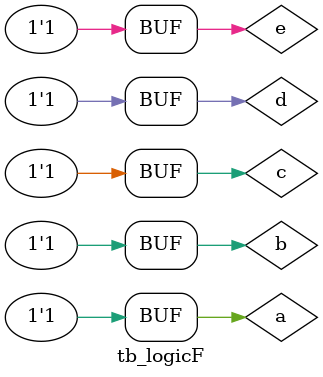
<source format=sv>
`timescale 1ns / 1ps


module tb_logicF();
reg a , b , c , d , e ;
wire out ;
logicF test(a , b , c , d , e , out) ;
initial begin
$monitor(" %b %b %b %b %b %b" , a , b , c , d , e , out) ;
a = 0 ; b = 0 ; c = 0 ; d = 0 ; e = 0 ;#1
a = 0 ; b = 0 ; c = 0 ; d = 0 ; e = 1 ;#1
a = 0 ; b = 0 ; c = 0 ; d = 1 ; e = 0 ;#1
a = 0 ; b = 0 ; c = 0 ; d = 1 ; e = 1 ;#1
a = 0 ; b = 0 ; c = 1 ; d = 0 ; e = 0 ;#1
a = 0 ; b = 0 ; c = 1 ; d = 0 ; e = 1 ;#1
a = 0 ; b = 0 ; c = 1 ; d = 1 ; e = 0 ;#1
a = 0 ; b = 0 ; c = 1 ; d = 1 ; e = 1 ;#1
a = 0 ; b = 1 ; c = 0 ; d = 0 ; e = 0 ;#1
a = 0 ; b = 1 ; c = 0 ; d = 0 ; e = 1 ;#1
a = 0 ; b = 1 ; c = 0 ; d = 1 ; e = 0 ;#1
a = 0 ; b = 1 ; c = 0 ; d = 1 ; e = 1 ;#1
a = 0 ; b = 1 ; c = 1 ; d = 0 ; e = 0 ;#1
a = 0 ; b = 1 ; c = 1 ; d = 0 ; e = 1 ;#1
a = 0 ; b = 1 ; c = 1 ; d = 1 ; e = 0 ;#1
a = 0 ; b = 1 ; c = 1 ; d = 1 ; e = 1 ;#1
a = 1 ; b = 0 ; c = 0 ; d = 0 ; e = 0 ;#1
a = 1 ; b = 0 ; c = 0 ; d = 0 ; e = 1 ;#1
a = 1 ; b = 0 ; c = 0 ; d = 1 ; e = 0 ;#1
a = 1 ; b = 0 ; c = 0 ; d = 1 ; e = 1 ;#1
a = 1 ; b = 0 ; c = 1 ; d = 0 ; e = 0 ;#1
a = 1 ; b = 0 ; c = 1 ; d = 0 ; e = 1 ;#1
a = 1 ; b = 0 ; c = 1 ; d = 1 ; e = 0 ;#1
a = 1 ; b = 0 ; c = 1 ; d = 1 ; e = 1 ;#1
a = 1 ; b = 1 ; c = 0 ; d = 0 ; e = 0 ;#1
a = 1 ; b = 1 ; c = 0 ; d = 0 ; e = 1 ;#1
a = 1 ; b = 1 ; c = 0 ; d = 1 ; e = 0 ;#1
a = 1 ; b = 1 ; c = 0 ; d = 1 ; e = 1 ;#1
a = 1 ; b = 1 ; c = 1 ; d = 0 ; e = 0 ;#1
a = 1 ; b = 1 ; c = 1 ; d = 0 ; e = 1 ;#1
a = 1 ; b = 1 ; c = 1 ; d = 1 ; e = 0 ;#1
a = 1 ; b = 1 ; c = 1 ; d = 1 ; e = 1 ;
end
endmodule

</source>
